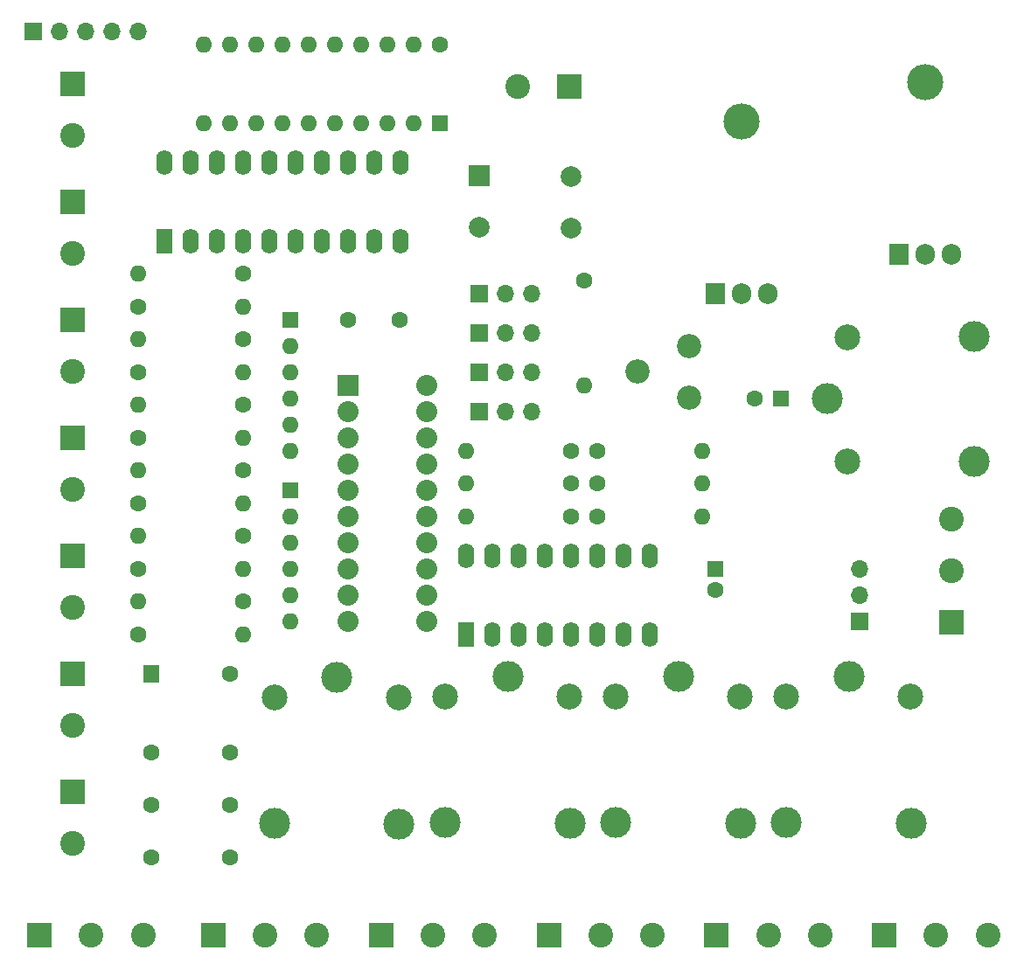
<source format=gbr>
%TF.GenerationSoftware,KiCad,Pcbnew,(5.1.10-1-10_14)*%
%TF.CreationDate,2022-01-13T10:24:38-08:00*%
%TF.ProjectId,ElkIOBoard,456c6b49-4f42-46f6-9172-642e6b696361,rev?*%
%TF.SameCoordinates,Original*%
%TF.FileFunction,Soldermask,Bot*%
%TF.FilePolarity,Negative*%
%FSLAX46Y46*%
G04 Gerber Fmt 4.6, Leading zero omitted, Abs format (unit mm)*
G04 Created by KiCad (PCBNEW (5.1.10-1-10_14)) date 2022-01-13 10:24:38*
%MOMM*%
%LPD*%
G01*
G04 APERTURE LIST*
%ADD10C,3.000000*%
%ADD11C,2.500000*%
%ADD12R,2.032000X2.032000*%
%ADD13C,2.032000*%
%ADD14R,2.000000X2.000000*%
%ADD15C,2.000000*%
%ADD16C,1.600000*%
%ADD17R,1.600000X1.800000*%
%ADD18R,2.400000X2.400000*%
%ADD19C,2.400000*%
%ADD20O,1.600000X1.600000*%
%ADD21R,1.600000X1.600000*%
%ADD22R,1.700000X1.700000*%
%ADD23O,1.700000X1.700000*%
%ADD24C,2.340000*%
%ADD25R,1.600000X2.400000*%
%ADD26O,1.600000X2.400000*%
%ADD27O,1.905000X2.000000*%
%ADD28R,1.905000X2.000000*%
%ADD29O,3.500000X3.500000*%
G04 APERTURE END LIST*
D10*
%TO.C,K2*%
X114540000Y-597150000D03*
D11*
X120490000Y-599100000D03*
D10*
X120540000Y-611350000D03*
X108490000Y-611300000D03*
D11*
X108490000Y-599100000D03*
%TD*%
D12*
%TO.C,LED1*%
X99060000Y-568960000D03*
D13*
X99060000Y-571500000D03*
X99060000Y-574040000D03*
X99060000Y-576580000D03*
X106680000Y-586740000D03*
X106680000Y-584200000D03*
X106680000Y-581660000D03*
X106680000Y-579120000D03*
X99060000Y-579120000D03*
X99060000Y-581660000D03*
X99060000Y-584200000D03*
X99060000Y-586740000D03*
X106680000Y-589280000D03*
X106680000Y-591820000D03*
X99060000Y-591820000D03*
X99060000Y-589280000D03*
X106680000Y-576580000D03*
X106680000Y-574040000D03*
X106680000Y-571500000D03*
X106680000Y-568960000D03*
%TD*%
D14*
%TO.C,C2*%
X111760000Y-548640000D03*
D15*
X111760000Y-553640000D03*
%TD*%
D11*
%TO.C,K1*%
X91950000Y-599200000D03*
D10*
X91950000Y-611400000D03*
X104000000Y-611450000D03*
D11*
X103950000Y-599200000D03*
D10*
X98000000Y-597250000D03*
%TD*%
D11*
%TO.C,K3*%
X125000000Y-599100000D03*
D10*
X125000000Y-611300000D03*
X137050000Y-611350000D03*
D11*
X137000000Y-599100000D03*
D10*
X131050000Y-597150000D03*
%TD*%
%TO.C,K4*%
X147560000Y-597150000D03*
D11*
X153510000Y-599100000D03*
D10*
X153560000Y-611350000D03*
X141510000Y-611300000D03*
D11*
X141510000Y-599100000D03*
%TD*%
%TO.C,K5*%
X147450000Y-576300000D03*
D10*
X159650000Y-576300000D03*
X159700000Y-564250000D03*
D11*
X147450000Y-564300000D03*
D10*
X145500000Y-570250000D03*
%TD*%
D16*
%TO.C,K6*%
X87630000Y-604520000D03*
X87630000Y-609600000D03*
X87630000Y-614680000D03*
D17*
X80010000Y-596900000D03*
D16*
X87630000Y-596900000D03*
X80010000Y-604520000D03*
X80010000Y-614680000D03*
X80010000Y-609600000D03*
%TD*%
D18*
%TO.C,J12*%
X69215000Y-622250000D03*
D19*
X74215000Y-622250000D03*
X79215000Y-622250000D03*
%TD*%
%TO.C,J13*%
X96000000Y-622250000D03*
X91000000Y-622250000D03*
D18*
X86000000Y-622250000D03*
%TD*%
%TO.C,J14*%
X102250000Y-622250000D03*
D19*
X107250000Y-622250000D03*
X112250000Y-622250000D03*
%TD*%
%TO.C,J15*%
X128500000Y-622250000D03*
X123500000Y-622250000D03*
D18*
X118500000Y-622250000D03*
%TD*%
%TO.C,J16*%
X134750000Y-622250000D03*
D19*
X139750000Y-622250000D03*
X144750000Y-622250000D03*
%TD*%
%TO.C,J17*%
X161000000Y-622250000D03*
X156000000Y-622250000D03*
D18*
X151000000Y-622250000D03*
%TD*%
%TO.C,J18*%
X157500000Y-591900000D03*
D19*
X157500000Y-586900000D03*
X157500000Y-581900000D03*
%TD*%
D16*
%TO.C,J3*%
X107950000Y-535940000D03*
D20*
X85090000Y-543560000D03*
X105410000Y-535940000D03*
X87630000Y-543560000D03*
X102870000Y-535940000D03*
X90170000Y-543560000D03*
X100330000Y-535940000D03*
X92710000Y-543560000D03*
X97790000Y-535940000D03*
X95250000Y-543560000D03*
X95250000Y-535940000D03*
X97790000Y-543560000D03*
X92710000Y-535940000D03*
X100330000Y-543560000D03*
X90170000Y-535940000D03*
X102870000Y-543560000D03*
X87630000Y-535940000D03*
X105410000Y-543560000D03*
X85090000Y-535940000D03*
D21*
X107950000Y-543560000D03*
%TD*%
%TO.C,RN1*%
X93472000Y-562610000D03*
D20*
X93472000Y-565150000D03*
X93472000Y-567690000D03*
X93472000Y-570230000D03*
X93472000Y-572770000D03*
X93472000Y-575310000D03*
%TD*%
%TO.C,RN2*%
X93472000Y-591820000D03*
X93472000Y-589280000D03*
X93472000Y-586740000D03*
X93472000Y-584200000D03*
X93472000Y-581660000D03*
D21*
X93472000Y-579120000D03*
%TD*%
%TO.C,C1*%
X134620000Y-586740000D03*
D16*
X134620000Y-588740000D03*
%TD*%
D21*
%TO.C,C3*%
X140970000Y-570230000D03*
D16*
X138470000Y-570230000D03*
%TD*%
%TO.C,C4*%
X99060000Y-562610000D03*
X104060000Y-562610000D03*
%TD*%
D15*
%TO.C,F1*%
X120650000Y-553720000D03*
X120650000Y-548720000D03*
%TD*%
D18*
%TO.C,J1*%
X120500000Y-540000000D03*
D19*
X115500000Y-540000000D03*
%TD*%
%TO.C,J2*%
X72390000Y-613330000D03*
D18*
X72390000Y-608330000D03*
%TD*%
D22*
%TO.C,J4*%
X68580000Y-534670000D03*
D23*
X71120000Y-534670000D03*
X73660000Y-534670000D03*
X76200000Y-534670000D03*
X78740000Y-534670000D03*
%TD*%
D19*
%TO.C,J6*%
X72390000Y-544750000D03*
D18*
X72390000Y-539750000D03*
%TD*%
%TO.C,J7*%
X72390000Y-551180000D03*
D19*
X72390000Y-556180000D03*
%TD*%
D18*
%TO.C,J8*%
X72390000Y-562610000D03*
D19*
X72390000Y-567610000D03*
%TD*%
%TO.C,J9*%
X72390000Y-579040000D03*
D18*
X72390000Y-574040000D03*
%TD*%
%TO.C,J10*%
X72390000Y-585470000D03*
D19*
X72390000Y-590470000D03*
%TD*%
%TO.C,J11*%
X72390000Y-601900000D03*
D18*
X72390000Y-596900000D03*
%TD*%
D23*
%TO.C,JP1*%
X116840000Y-560070000D03*
X114300000Y-560070000D03*
D22*
X111760000Y-560070000D03*
%TD*%
%TO.C,JP2*%
X111760000Y-563880000D03*
D23*
X114300000Y-563880000D03*
X116840000Y-563880000D03*
%TD*%
%TO.C,JP3*%
X116840000Y-567690000D03*
X114300000Y-567690000D03*
D22*
X111760000Y-567690000D03*
%TD*%
%TO.C,JP4*%
X111760000Y-571500000D03*
D23*
X114300000Y-571500000D03*
X116840000Y-571500000D03*
%TD*%
D16*
%TO.C,R1*%
X88900000Y-558165000D03*
D20*
X78740000Y-558165000D03*
%TD*%
%TO.C,R2*%
X78740000Y-564515000D03*
D16*
X88900000Y-564515000D03*
%TD*%
%TO.C,R3*%
X88900000Y-570865000D03*
D20*
X78740000Y-570865000D03*
%TD*%
%TO.C,R4*%
X78740000Y-577215000D03*
D16*
X88900000Y-577215000D03*
%TD*%
%TO.C,R5*%
X88900000Y-583565000D03*
D20*
X78740000Y-583565000D03*
%TD*%
%TO.C,R6*%
X78740000Y-589915000D03*
D16*
X88900000Y-589915000D03*
%TD*%
D20*
%TO.C,R7*%
X110490000Y-581660000D03*
D16*
X120650000Y-581660000D03*
%TD*%
D20*
%TO.C,R8*%
X110490000Y-578485000D03*
D16*
X120650000Y-578485000D03*
%TD*%
%TO.C,R9*%
X120650000Y-575310000D03*
D20*
X110490000Y-575310000D03*
%TD*%
%TO.C,R10*%
X133350000Y-575310000D03*
D16*
X123190000Y-575310000D03*
%TD*%
%TO.C,R11*%
X123190000Y-578485000D03*
D20*
X133350000Y-578485000D03*
%TD*%
D16*
%TO.C,R12*%
X123190000Y-581660000D03*
D20*
X133350000Y-581660000D03*
%TD*%
D16*
%TO.C,R13*%
X78740000Y-561340000D03*
D20*
X88900000Y-561340000D03*
%TD*%
%TO.C,R14*%
X88900000Y-567690000D03*
D16*
X78740000Y-567690000D03*
%TD*%
%TO.C,R15*%
X78740000Y-574040000D03*
D20*
X88900000Y-574040000D03*
%TD*%
%TO.C,R16*%
X88900000Y-580390000D03*
D16*
X78740000Y-580390000D03*
%TD*%
%TO.C,R17*%
X78740000Y-586740000D03*
D20*
X88900000Y-586740000D03*
%TD*%
%TO.C,R18*%
X88900000Y-593090000D03*
D16*
X78740000Y-593090000D03*
%TD*%
%TO.C,R19*%
X121920000Y-558800000D03*
D20*
X121920000Y-568960000D03*
%TD*%
D24*
%TO.C,RV1*%
X132080000Y-570150000D03*
X127080000Y-567650000D03*
X132080000Y-565150000D03*
%TD*%
D25*
%TO.C,U1*%
X110490000Y-593090000D03*
D26*
X128270000Y-585470000D03*
X113030000Y-593090000D03*
X125730000Y-585470000D03*
X115570000Y-593090000D03*
X123190000Y-585470000D03*
X118110000Y-593090000D03*
X120650000Y-585470000D03*
X120650000Y-593090000D03*
X118110000Y-585470000D03*
X123190000Y-593090000D03*
X115570000Y-585470000D03*
X125730000Y-593090000D03*
X113030000Y-585470000D03*
X128270000Y-593090000D03*
X110490000Y-585470000D03*
%TD*%
D27*
%TO.C,U2*%
X157480000Y-556260000D03*
X154940000Y-556260000D03*
D28*
X152400000Y-556260000D03*
D29*
X154940000Y-539600000D03*
%TD*%
%TO.C,U3*%
X137160000Y-543410000D03*
D28*
X134620000Y-560070000D03*
D27*
X137160000Y-560070000D03*
X139700000Y-560070000D03*
%TD*%
D25*
%TO.C,U4*%
X81280000Y-554990000D03*
D26*
X104140000Y-547370000D03*
X83820000Y-554990000D03*
X101600000Y-547370000D03*
X86360000Y-554990000D03*
X99060000Y-547370000D03*
X88900000Y-554990000D03*
X96520000Y-547370000D03*
X91440000Y-554990000D03*
X93980000Y-547370000D03*
X93980000Y-554990000D03*
X91440000Y-547370000D03*
X96520000Y-554990000D03*
X88900000Y-547370000D03*
X99060000Y-554990000D03*
X86360000Y-547370000D03*
X101600000Y-554990000D03*
X83820000Y-547370000D03*
X104140000Y-554990000D03*
X81280000Y-547370000D03*
%TD*%
D22*
%TO.C,J5*%
X148590000Y-591820000D03*
D23*
X148590000Y-589280000D03*
X148590000Y-586740000D03*
%TD*%
M02*

</source>
